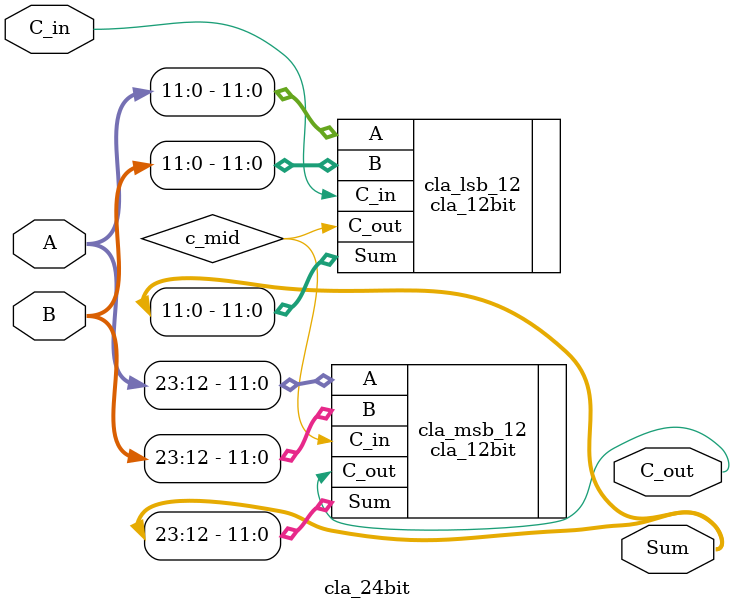
<source format=sv>
module cla_24bit (
    input  logic [23:0] A,    // 24-bit input A
    input  logic [23:0] B,    // 24-bit input B
    input  logic        C_in, // Carry-in
    output logic [23:0] Sum,  // 24-bit Sum
    output logic        C_out // Carry-out
);

    logic c_mid; // Intermediate carry between the two 12-bit CLA blocks

    // Lower 12 bits (0 to 11)
    cla_12bit cla_lsb_12 (
        .A(A[11:0]),
        .B(B[11:0]),
        .C_in(C_in),
        .Sum(Sum[11:0]),
        .C_out(c_mid)
    );

    // Upper 12 bits (12 to 23)
    cla_12bit cla_msb_12 (
        .A(A[23:12]),
        .B(B[23:12]),
        .C_in(c_mid),   // Carry-in is the carry-out from the LSB block
        .Sum(Sum[23:12]),
        .C_out(C_out)
    );

endmodule: cla_24bit
</source>
